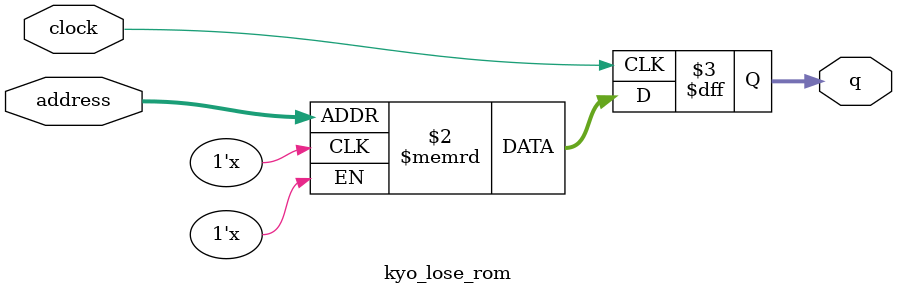
<source format=sv>
module kyo_lose_rom (
	input logic clock,
	input logic [13:0] address,
	output logic [3:0] q
);

logic [3:0] memory [0:12287] /* synthesis ram_init_file = "./kyo_lose/kyo_lose.COE" */;

always_ff @ (posedge clock) begin
	q <= memory[address];
end

endmodule

</source>
